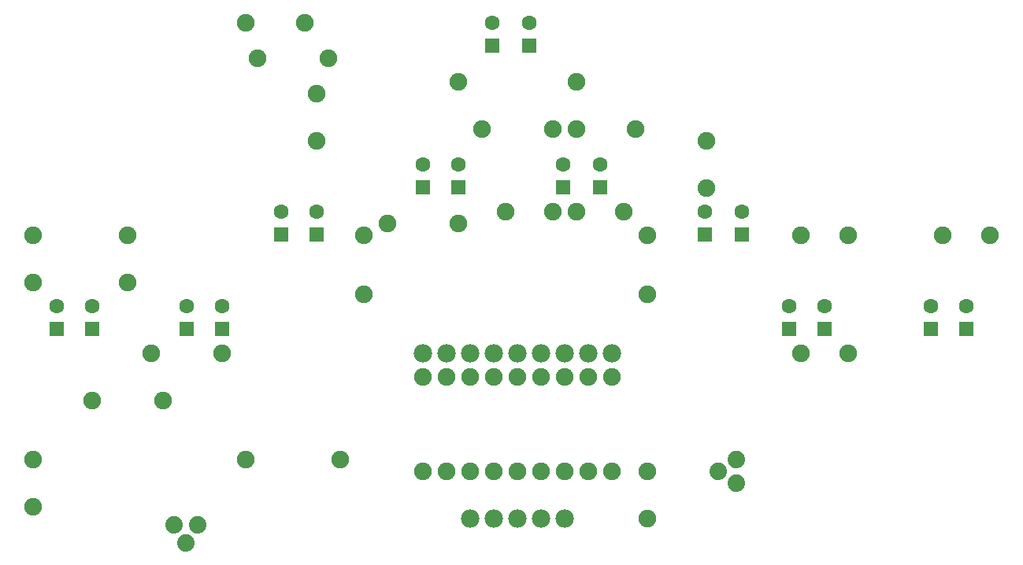
<source format=gtl>
G04 MADE WITH FRITZING*
G04 WWW.FRITZING.ORG*
G04 DOUBLE SIDED*
G04 HOLES PLATED*
G04 CONTOUR ON CENTER OF CONTOUR VECTOR*
%ASAXBY*%
%FSLAX23Y23*%
%MOIN*%
%OFA0B0*%
%SFA1.0B1.0*%
%ADD10C,0.062992*%
%ADD11C,0.078000*%
%ADD12C,0.075000*%
%ADD13C,0.074000*%
%ADD14R,0.062992X0.062992*%
%LNCOPPER1*%
G90*
G70*
G54D10*
X400Y1030D03*
X400Y1129D03*
X400Y1030D03*
X400Y1129D03*
X250Y1030D03*
X250Y1129D03*
X250Y1030D03*
X250Y1129D03*
X3950Y1030D03*
X3950Y1129D03*
X3950Y1030D03*
X3950Y1129D03*
X4100Y1030D03*
X4100Y1129D03*
X4100Y1030D03*
X4100Y1129D03*
X3350Y1030D03*
X3350Y1129D03*
X3350Y1030D03*
X3350Y1129D03*
X3500Y1030D03*
X3500Y1129D03*
X3500Y1030D03*
X3500Y1129D03*
X950Y1030D03*
X950Y1129D03*
X950Y1030D03*
X950Y1129D03*
X800Y1030D03*
X800Y1129D03*
X800Y1030D03*
X800Y1129D03*
X1350Y1430D03*
X1350Y1529D03*
X1350Y1430D03*
X1350Y1529D03*
X1200Y1430D03*
X1200Y1529D03*
X1200Y1430D03*
X1200Y1529D03*
X2993Y1430D03*
X2993Y1529D03*
X2993Y1430D03*
X2993Y1529D03*
X3150Y1430D03*
X3150Y1529D03*
X3150Y1430D03*
X3150Y1529D03*
X2393Y1630D03*
X2393Y1729D03*
X2393Y1630D03*
X2393Y1729D03*
X2550Y1630D03*
X2550Y1729D03*
X2550Y1630D03*
X2550Y1729D03*
X1800Y1630D03*
X1800Y1729D03*
X1800Y1630D03*
X1800Y1729D03*
X1950Y1630D03*
X1950Y1729D03*
X1950Y1630D03*
X1950Y1729D03*
X2250Y2230D03*
X2250Y2329D03*
X2250Y2230D03*
X2250Y2329D03*
X2093Y2230D03*
X2093Y2329D03*
X2093Y2230D03*
X2093Y2329D03*
G54D11*
X2000Y229D03*
X2100Y229D03*
X2200Y229D03*
X2300Y229D03*
X2400Y229D03*
X1800Y929D03*
X1900Y929D03*
X2000Y929D03*
X2100Y929D03*
X2200Y929D03*
X2300Y929D03*
X2400Y929D03*
X2500Y929D03*
X2600Y929D03*
G54D12*
X2600Y429D03*
X2600Y829D03*
X2500Y429D03*
X2500Y829D03*
X2400Y429D03*
X2400Y829D03*
X2300Y429D03*
X2300Y829D03*
X2200Y429D03*
X2200Y829D03*
X2100Y429D03*
X2100Y829D03*
X2000Y429D03*
X2000Y829D03*
X1900Y429D03*
X1900Y829D03*
X1050Y479D03*
X1450Y479D03*
X1800Y429D03*
X1800Y829D03*
X150Y279D03*
X150Y479D03*
X150Y1229D03*
X150Y1429D03*
X1350Y1829D03*
X1350Y2029D03*
X1550Y1179D03*
X1550Y1429D03*
X550Y1229D03*
X550Y1429D03*
X650Y929D03*
X950Y929D03*
X400Y729D03*
X700Y729D03*
X2750Y429D03*
X2750Y229D03*
X1100Y2179D03*
X1400Y2179D03*
X1950Y2079D03*
X2450Y2079D03*
X2450Y1879D03*
X2700Y1879D03*
X1050Y2329D03*
X1300Y2329D03*
X2050Y1879D03*
X2350Y1879D03*
X3000Y1829D03*
X3000Y1629D03*
X3400Y1429D03*
X3600Y1429D03*
X4000Y1429D03*
X4200Y1429D03*
X3400Y929D03*
X3600Y929D03*
X2750Y1429D03*
X2750Y1179D03*
X2450Y1529D03*
X2650Y1529D03*
X1650Y1479D03*
X1950Y1479D03*
X2150Y1529D03*
X2350Y1529D03*
G54D13*
X3125Y379D03*
X3050Y429D03*
X3125Y479D03*
X3125Y379D03*
X3050Y429D03*
X3125Y479D03*
X847Y200D03*
X797Y125D03*
X747Y200D03*
X847Y200D03*
X797Y125D03*
X747Y200D03*
G54D14*
X400Y1030D03*
X400Y1030D03*
X250Y1030D03*
X250Y1030D03*
X3950Y1030D03*
X3950Y1030D03*
X4100Y1030D03*
X4100Y1030D03*
X3350Y1030D03*
X3350Y1030D03*
X3500Y1030D03*
X3500Y1030D03*
X950Y1030D03*
X950Y1030D03*
X800Y1030D03*
X800Y1030D03*
X1350Y1430D03*
X1350Y1430D03*
X1200Y1430D03*
X1200Y1430D03*
X2993Y1430D03*
X2993Y1430D03*
X3150Y1430D03*
X3150Y1430D03*
X2393Y1630D03*
X2393Y1630D03*
X2550Y1630D03*
X2550Y1630D03*
X1800Y1630D03*
X1800Y1630D03*
X1950Y1630D03*
X1950Y1630D03*
X2250Y2230D03*
X2250Y2230D03*
X2093Y2230D03*
X2093Y2230D03*
G04 End of Copper1*
M02*
</source>
